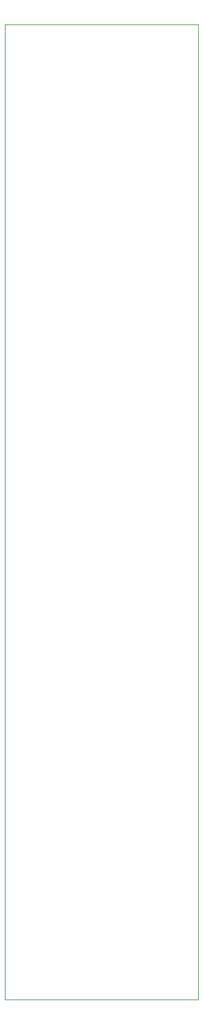
<source format=gbr>
%TF.GenerationSoftware,KiCad,Pcbnew,5.1.7-a382d34a8~87~ubuntu20.04.1*%
%TF.CreationDate,2020-10-21T10:00:52+02:00*%
%TF.ProjectId,7segment_part,37736567-6d65-46e7-945f-706172742e6b,rev?*%
%TF.SameCoordinates,Original*%
%TF.FileFunction,Profile,NP*%
%FSLAX46Y46*%
G04 Gerber Fmt 4.6, Leading zero omitted, Abs format (unit mm)*
G04 Created by KiCad (PCBNEW 5.1.7-a382d34a8~87~ubuntu20.04.1) date 2020-10-21 10:00:52*
%MOMM*%
%LPD*%
G01*
G04 APERTURE LIST*
%TA.AperFunction,Profile*%
%ADD10C,0.050000*%
%TD*%
G04 APERTURE END LIST*
D10*
X182816500Y-160000000D02*
X182816500Y-159004000D01*
X156000000Y-160000000D02*
X182816500Y-160000000D01*
X182816500Y-25000000D02*
X182816500Y-159004000D01*
X156000000Y-25000000D02*
X182816500Y-25000000D01*
X156000000Y-25000000D02*
X156000000Y-160000000D01*
M02*

</source>
